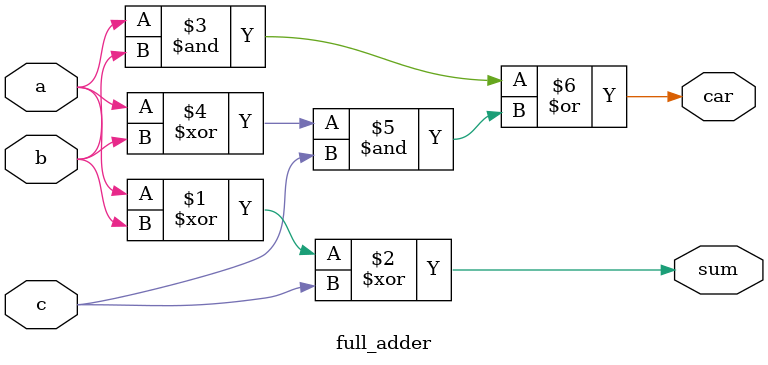
<source format=v>
module full_adder(a, b, c, sum, car);

input a, b, c;       // Inputs
output sum, car;     // Outputs

// Assignments for sum and carry
assign sum = (a ^ b) ^ c;                     // Sum output (XOR operation)
assign car = (a & b) | ((a ^ b) & c);         // Carry output (AND and OR operations)

endmodule

</source>
